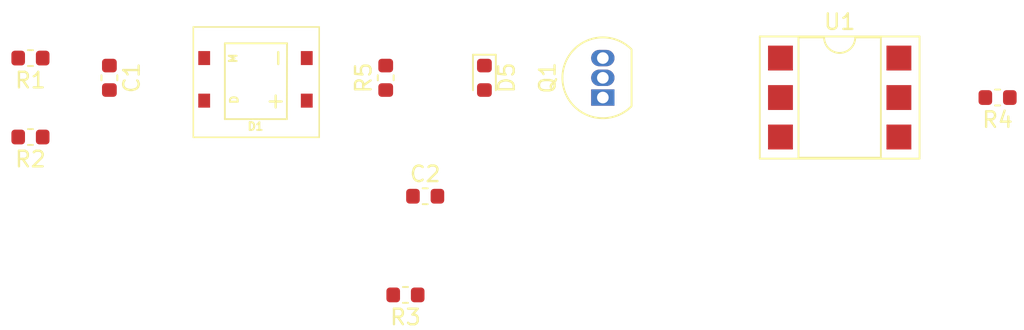
<source format=kicad_pcb>
(kicad_pcb (version 20171130) (host pcbnew "(5.1.5)-3")

  (general
    (thickness 1.6)
    (drawings 0)
    (tracks 0)
    (zones 0)
    (modules 11)
    (nets 14)
  )

  (page A4)
  (layers
    (0 F.Cu signal)
    (31 B.Cu signal)
    (32 B.Adhes user)
    (33 F.Adhes user)
    (34 B.Paste user)
    (35 F.Paste user)
    (36 B.SilkS user)
    (37 F.SilkS user)
    (38 B.Mask user)
    (39 F.Mask user)
    (40 Dwgs.User user)
    (41 Cmts.User user)
    (42 Eco1.User user)
    (43 Eco2.User user)
    (44 Edge.Cuts user)
    (45 Margin user)
    (46 B.CrtYd user)
    (47 F.CrtYd user)
    (48 B.Fab user)
    (49 F.Fab user)
  )

  (setup
    (last_trace_width 0.25)
    (trace_clearance 0.2)
    (zone_clearance 0.508)
    (zone_45_only no)
    (trace_min 0.2)
    (via_size 0.8)
    (via_drill 0.4)
    (via_min_size 0.4)
    (via_min_drill 0.3)
    (uvia_size 0.3)
    (uvia_drill 0.1)
    (uvias_allowed no)
    (uvia_min_size 0.2)
    (uvia_min_drill 0.1)
    (edge_width 0.05)
    (segment_width 0.2)
    (pcb_text_width 0.3)
    (pcb_text_size 1.5 1.5)
    (mod_edge_width 0.12)
    (mod_text_size 1 1)
    (mod_text_width 0.15)
    (pad_size 1.524 1.524)
    (pad_drill 0.762)
    (pad_to_mask_clearance 0.051)
    (solder_mask_min_width 0.25)
    (aux_axis_origin 0 0)
    (visible_elements FFFFFF7F)
    (pcbplotparams
      (layerselection 0x010fc_ffffffff)
      (usegerberextensions false)
      (usegerberattributes false)
      (usegerberadvancedattributes false)
      (creategerberjobfile false)
      (excludeedgelayer true)
      (linewidth 0.100000)
      (plotframeref false)
      (viasonmask false)
      (mode 1)
      (useauxorigin false)
      (hpglpennumber 1)
      (hpglpenspeed 20)
      (hpglpendiameter 15.000000)
      (psnegative false)
      (psa4output false)
      (plotreference true)
      (plotvalue true)
      (plotinvisibletext false)
      (padsonsilk false)
      (subtractmaskfromsilk false)
      (outputformat 1)
      (mirror false)
      (drillshape 1)
      (scaleselection 1)
      (outputdirectory ""))
  )

  (net 0 "")
  (net 1 "Net-(C1-Pad2)")
  (net 2 "Net-(C1-Pad1)")
  (net 3 "Net-(C2-Pad2)")
  (net 4 "Net-(C2-Pad1)")
  (net 5 "Net-(D1-Pad2)")
  (net 6 "Net-(Q1-Pad3)")
  (net 7 AC)
  (net 8 "Net-(R3-Pad1)")
  (net 9 +5V)
  (net 10 OUT)
  (net 11 "Net-(U1-Pad6)")
  (net 12 "Net-(U1-Pad3)")
  (net 13 GND)

  (net_class Default "This is the default net class."
    (clearance 0.2)
    (trace_width 0.25)
    (via_dia 0.8)
    (via_drill 0.4)
    (uvia_dia 0.3)
    (uvia_drill 0.1)
    (add_net +5V)
    (add_net AC)
    (add_net GND)
    (add_net "Net-(C1-Pad1)")
    (add_net "Net-(C1-Pad2)")
    (add_net "Net-(C2-Pad1)")
    (add_net "Net-(C2-Pad2)")
    (add_net "Net-(D1-Pad2)")
    (add_net "Net-(Q1-Pad3)")
    (add_net "Net-(R3-Pad1)")
    (add_net "Net-(U1-Pad3)")
    (add_net "Net-(U1-Pad6)")
    (add_net OUT)
  )

  (module "ZCD v-1:MDS_5_diode_bridge" (layer F.Cu) (tedit 5F32D6C7) (tstamp 5F33168C)
    (at 127 87.63 180)
    (path /5F2295EF)
    (fp_text reference D1 (at 3.3 -4.4) (layer F.SilkS)
      (effects (font (size 0.5 0.5) (thickness 0.125)))
    )
    (fp_text value "MDS 5" (at 3.31 -1.4 90) (layer F.Fab)
      (effects (font (size 0.5 0.5) (thickness 0.125)))
    )
    (fp_text user D (at 4.67 -2.68 90) (layer F.SilkS)
      (effects (font (size 0.5 0.5) (thickness 0.125)))
    )
    (fp_text user M (at 4.74 -0.02 90) (layer F.SilkS)
      (effects (font (size 0.5 0.5) (thickness 0.125)))
    )
    (fp_text user + (at 2 -2.72) (layer F.SilkS)
      (effects (font (size 1 1) (thickness 0.15)))
    )
    (fp_text user - (at 1.91 0 90) (layer F.SilkS)
      (effects (font (size 1 1) (thickness 0.15)))
    )
    (fp_line (start 1.27 0.95) (end 1.28 0.93) (layer F.SilkS) (width 0.12))
    (fp_line (start 1.28 -3.93) (end 1.27 0.95) (layer F.SilkS) (width 0.12))
    (fp_line (start 5.27 -3.93) (end 1.28 -3.93) (layer F.SilkS) (width 0.12))
    (fp_line (start 5.27 0.95) (end 5.27 -3.93) (layer F.SilkS) (width 0.12))
    (fp_line (start 1.27 0.95) (end 5.27 0.95) (layer F.SilkS) (width 0.12))
    (fp_line (start 7.3 -5.1) (end 7.3 2) (layer F.SilkS) (width 0.1))
    (fp_line (start 7.3 2) (end -0.8 2) (layer F.SilkS) (width 0.1))
    (fp_line (start -0.8 2) (end -0.8 -5.1) (layer F.SilkS) (width 0.1))
    (fp_line (start -0.8 -5.1) (end 7.3 -5.1) (layer F.SilkS) (width 0.1))
    (pad 1 smd rect (at 0 -2.74 180) (size 0.76 0.9) (layers F.Cu F.Paste F.Mask)
      (net 4 "Net-(C2-Pad1)"))
    (pad 2 smd rect (at 0 0 180) (size 0.76 0.9) (layers F.Cu F.Paste F.Mask)
      (net 5 "Net-(D1-Pad2)"))
    (pad 3 smd rect (at 6.6 0 180) (size 0.76 0.9) (layers F.Cu F.Paste F.Mask)
      (net 2 "Net-(C1-Pad1)"))
    (pad 4 smd rect (at 6.6 -2.74 180) (size 0.76 0.9) (layers F.Cu F.Paste F.Mask)
      (net 1 "Net-(C1-Pad2)"))
  )

  (module Package_DIP:DIP-6_W7.62mm_SMDSocket_SmallPads (layer F.Cu) (tedit 5A02E8C5) (tstamp 5F331728)
    (at 161.29 90.17)
    (descr "6-lead though-hole mounted DIP package, row spacing 7.62 mm (300 mils), SMDSocket, SmallPads")
    (tags "THT DIP DIL PDIP 2.54mm 7.62mm 300mil SMDSocket SmallPads")
    (path /5F277F11)
    (attr smd)
    (fp_text reference U1 (at 0 -4.87) (layer F.SilkS)
      (effects (font (size 1 1) (thickness 0.15)))
    )
    (fp_text value 4N35 (at 0 4.87) (layer F.Fab)
      (effects (font (size 1 1) (thickness 0.15)))
    )
    (fp_text user %R (at 0 0) (layer F.Fab)
      (effects (font (size 1 1) (thickness 0.15)))
    )
    (fp_line (start 5.35 -4.15) (end -5.35 -4.15) (layer F.CrtYd) (width 0.05))
    (fp_line (start 5.35 4.15) (end 5.35 -4.15) (layer F.CrtYd) (width 0.05))
    (fp_line (start -5.35 4.15) (end 5.35 4.15) (layer F.CrtYd) (width 0.05))
    (fp_line (start -5.35 -4.15) (end -5.35 4.15) (layer F.CrtYd) (width 0.05))
    (fp_line (start 5.14 -3.93) (end -5.14 -3.93) (layer F.SilkS) (width 0.12))
    (fp_line (start 5.14 3.93) (end 5.14 -3.93) (layer F.SilkS) (width 0.12))
    (fp_line (start -5.14 3.93) (end 5.14 3.93) (layer F.SilkS) (width 0.12))
    (fp_line (start -5.14 -3.93) (end -5.14 3.93) (layer F.SilkS) (width 0.12))
    (fp_line (start 2.65 -3.87) (end 1 -3.87) (layer F.SilkS) (width 0.12))
    (fp_line (start 2.65 3.87) (end 2.65 -3.87) (layer F.SilkS) (width 0.12))
    (fp_line (start -2.65 3.87) (end 2.65 3.87) (layer F.SilkS) (width 0.12))
    (fp_line (start -2.65 -3.87) (end -2.65 3.87) (layer F.SilkS) (width 0.12))
    (fp_line (start -1 -3.87) (end -2.65 -3.87) (layer F.SilkS) (width 0.12))
    (fp_line (start 5.08 -3.87) (end -5.08 -3.87) (layer F.Fab) (width 0.1))
    (fp_line (start 5.08 3.87) (end 5.08 -3.87) (layer F.Fab) (width 0.1))
    (fp_line (start -5.08 3.87) (end 5.08 3.87) (layer F.Fab) (width 0.1))
    (fp_line (start -5.08 -3.87) (end -5.08 3.87) (layer F.Fab) (width 0.1))
    (fp_line (start -3.175 -2.81) (end -2.175 -3.81) (layer F.Fab) (width 0.1))
    (fp_line (start -3.175 3.81) (end -3.175 -2.81) (layer F.Fab) (width 0.1))
    (fp_line (start 3.175 3.81) (end -3.175 3.81) (layer F.Fab) (width 0.1))
    (fp_line (start 3.175 -3.81) (end 3.175 3.81) (layer F.Fab) (width 0.1))
    (fp_line (start -2.175 -3.81) (end 3.175 -3.81) (layer F.Fab) (width 0.1))
    (fp_arc (start 0 -3.87) (end -1 -3.87) (angle -180) (layer F.SilkS) (width 0.12))
    (pad 6 smd rect (at 3.81 -2.54) (size 1.6 1.6) (layers F.Cu F.Paste F.Mask)
      (net 11 "Net-(U1-Pad6)"))
    (pad 3 smd rect (at -3.81 2.54) (size 1.6 1.6) (layers F.Cu F.Paste F.Mask)
      (net 12 "Net-(U1-Pad3)"))
    (pad 5 smd rect (at 3.81 0) (size 1.6 1.6) (layers F.Cu F.Paste F.Mask)
      (net 10 OUT))
    (pad 2 smd rect (at -3.81 0) (size 1.6 1.6) (layers F.Cu F.Paste F.Mask)
      (net 6 "Net-(Q1-Pad3)"))
    (pad 4 smd rect (at 3.81 2.54) (size 1.6 1.6) (layers F.Cu F.Paste F.Mask)
      (net 13 GND))
    (pad 1 smd rect (at -3.81 -2.54) (size 1.6 1.6) (layers F.Cu F.Paste F.Mask)
      (net 8 "Net-(R3-Pad1)"))
    (model ${KISYS3DMOD}/Package_DIP.3dshapes/DIP-6_W7.62mm_SMDSocket.wrl
      (at (xyz 0 0 0))
      (scale (xyz 1 1 1))
      (rotate (xyz 0 0 0))
    )
  )

  (module Resistor_SMD:R_0603_1608Metric (layer F.Cu) (tedit 5B301BBD) (tstamp 5F331706)
    (at 132.08 88.9 90)
    (descr "Resistor SMD 0603 (1608 Metric), square (rectangular) end terminal, IPC_7351 nominal, (Body size source: http://www.tortai-tech.com/upload/download/2011102023233369053.pdf), generated with kicad-footprint-generator")
    (tags resistor)
    (path /5F31594C)
    (attr smd)
    (fp_text reference R5 (at 0 -1.43 90) (layer F.SilkS)
      (effects (font (size 1 1) (thickness 0.15)))
    )
    (fp_text value 22k (at 0 1.43 90) (layer F.Fab)
      (effects (font (size 1 1) (thickness 0.15)))
    )
    (fp_text user %R (at 0 0 90) (layer F.Fab)
      (effects (font (size 0.4 0.4) (thickness 0.06)))
    )
    (fp_line (start 1.48 0.73) (end -1.48 0.73) (layer F.CrtYd) (width 0.05))
    (fp_line (start 1.48 -0.73) (end 1.48 0.73) (layer F.CrtYd) (width 0.05))
    (fp_line (start -1.48 -0.73) (end 1.48 -0.73) (layer F.CrtYd) (width 0.05))
    (fp_line (start -1.48 0.73) (end -1.48 -0.73) (layer F.CrtYd) (width 0.05))
    (fp_line (start -0.162779 0.51) (end 0.162779 0.51) (layer F.SilkS) (width 0.12))
    (fp_line (start -0.162779 -0.51) (end 0.162779 -0.51) (layer F.SilkS) (width 0.12))
    (fp_line (start 0.8 0.4) (end -0.8 0.4) (layer F.Fab) (width 0.1))
    (fp_line (start 0.8 -0.4) (end 0.8 0.4) (layer F.Fab) (width 0.1))
    (fp_line (start -0.8 -0.4) (end 0.8 -0.4) (layer F.Fab) (width 0.1))
    (fp_line (start -0.8 0.4) (end -0.8 -0.4) (layer F.Fab) (width 0.1))
    (pad 2 smd roundrect (at 0.7875 0 90) (size 0.875 0.95) (layers F.Cu F.Paste F.Mask) (roundrect_rratio 0.25)
      (net 5 "Net-(D1-Pad2)"))
    (pad 1 smd roundrect (at -0.7875 0 90) (size 0.875 0.95) (layers F.Cu F.Paste F.Mask) (roundrect_rratio 0.25)
      (net 4 "Net-(C2-Pad1)"))
    (model ${KISYS3DMOD}/Resistor_SMD.3dshapes/R_0603_1608Metric.wrl
      (at (xyz 0 0 0))
      (scale (xyz 1 1 1))
      (rotate (xyz 0 0 0))
    )
  )

  (module Resistor_SMD:R_0603_1608Metric (layer F.Cu) (tedit 5B301BBD) (tstamp 5F3316F5)
    (at 171.45 90.17 180)
    (descr "Resistor SMD 0603 (1608 Metric), square (rectangular) end terminal, IPC_7351 nominal, (Body size source: http://www.tortai-tech.com/upload/download/2011102023233369053.pdf), generated with kicad-footprint-generator")
    (tags resistor)
    (path /5F2DDD23)
    (attr smd)
    (fp_text reference R4 (at 0 -1.43) (layer F.SilkS)
      (effects (font (size 1 1) (thickness 0.15)))
    )
    (fp_text value 4.7k (at 0 1.43) (layer F.Fab)
      (effects (font (size 1 1) (thickness 0.15)))
    )
    (fp_text user %R (at 0 0) (layer F.Fab)
      (effects (font (size 0.4 0.4) (thickness 0.06)))
    )
    (fp_line (start 1.48 0.73) (end -1.48 0.73) (layer F.CrtYd) (width 0.05))
    (fp_line (start 1.48 -0.73) (end 1.48 0.73) (layer F.CrtYd) (width 0.05))
    (fp_line (start -1.48 -0.73) (end 1.48 -0.73) (layer F.CrtYd) (width 0.05))
    (fp_line (start -1.48 0.73) (end -1.48 -0.73) (layer F.CrtYd) (width 0.05))
    (fp_line (start -0.162779 0.51) (end 0.162779 0.51) (layer F.SilkS) (width 0.12))
    (fp_line (start -0.162779 -0.51) (end 0.162779 -0.51) (layer F.SilkS) (width 0.12))
    (fp_line (start 0.8 0.4) (end -0.8 0.4) (layer F.Fab) (width 0.1))
    (fp_line (start 0.8 -0.4) (end 0.8 0.4) (layer F.Fab) (width 0.1))
    (fp_line (start -0.8 -0.4) (end 0.8 -0.4) (layer F.Fab) (width 0.1))
    (fp_line (start -0.8 0.4) (end -0.8 -0.4) (layer F.Fab) (width 0.1))
    (pad 2 smd roundrect (at 0.7875 0 180) (size 0.875 0.95) (layers F.Cu F.Paste F.Mask) (roundrect_rratio 0.25)
      (net 9 +5V))
    (pad 1 smd roundrect (at -0.7875 0 180) (size 0.875 0.95) (layers F.Cu F.Paste F.Mask) (roundrect_rratio 0.25)
      (net 10 OUT))
    (model ${KISYS3DMOD}/Resistor_SMD.3dshapes/R_0603_1608Metric.wrl
      (at (xyz 0 0 0))
      (scale (xyz 1 1 1))
      (rotate (xyz 0 0 0))
    )
  )

  (module Resistor_SMD:R_0603_1608Metric (layer F.Cu) (tedit 5B301BBD) (tstamp 5F3316E4)
    (at 133.35 102.87 180)
    (descr "Resistor SMD 0603 (1608 Metric), square (rectangular) end terminal, IPC_7351 nominal, (Body size source: http://www.tortai-tech.com/upload/download/2011102023233369053.pdf), generated with kicad-footprint-generator")
    (tags resistor)
    (path /5F29B656)
    (attr smd)
    (fp_text reference R3 (at 0 -1.43) (layer F.SilkS)
      (effects (font (size 1 1) (thickness 0.15)))
    )
    (fp_text value 1k (at 0 1.43) (layer F.Fab)
      (effects (font (size 1 1) (thickness 0.15)))
    )
    (fp_text user %R (at 0 0) (layer F.Fab)
      (effects (font (size 0.4 0.4) (thickness 0.06)))
    )
    (fp_line (start 1.48 0.73) (end -1.48 0.73) (layer F.CrtYd) (width 0.05))
    (fp_line (start 1.48 -0.73) (end 1.48 0.73) (layer F.CrtYd) (width 0.05))
    (fp_line (start -1.48 -0.73) (end 1.48 -0.73) (layer F.CrtYd) (width 0.05))
    (fp_line (start -1.48 0.73) (end -1.48 -0.73) (layer F.CrtYd) (width 0.05))
    (fp_line (start -0.162779 0.51) (end 0.162779 0.51) (layer F.SilkS) (width 0.12))
    (fp_line (start -0.162779 -0.51) (end 0.162779 -0.51) (layer F.SilkS) (width 0.12))
    (fp_line (start 0.8 0.4) (end -0.8 0.4) (layer F.Fab) (width 0.1))
    (fp_line (start 0.8 -0.4) (end 0.8 0.4) (layer F.Fab) (width 0.1))
    (fp_line (start -0.8 -0.4) (end 0.8 -0.4) (layer F.Fab) (width 0.1))
    (fp_line (start -0.8 0.4) (end -0.8 -0.4) (layer F.Fab) (width 0.1))
    (pad 2 smd roundrect (at 0.7875 0 180) (size 0.875 0.95) (layers F.Cu F.Paste F.Mask) (roundrect_rratio 0.25)
      (net 4 "Net-(C2-Pad1)"))
    (pad 1 smd roundrect (at -0.7875 0 180) (size 0.875 0.95) (layers F.Cu F.Paste F.Mask) (roundrect_rratio 0.25)
      (net 8 "Net-(R3-Pad1)"))
    (model ${KISYS3DMOD}/Resistor_SMD.3dshapes/R_0603_1608Metric.wrl
      (at (xyz 0 0 0))
      (scale (xyz 1 1 1))
      (rotate (xyz 0 0 0))
    )
  )

  (module Resistor_SMD:R_0603_1608Metric (layer F.Cu) (tedit 5B301BBD) (tstamp 5F3316D3)
    (at 109.22 92.71 180)
    (descr "Resistor SMD 0603 (1608 Metric), square (rectangular) end terminal, IPC_7351 nominal, (Body size source: http://www.tortai-tech.com/upload/download/2011102023233369053.pdf), generated with kicad-footprint-generator")
    (tags resistor)
    (path /5F29AC9C)
    (attr smd)
    (fp_text reference R2 (at 0 -1.43) (layer F.SilkS)
      (effects (font (size 1 1) (thickness 0.15)))
    )
    (fp_text value 220k (at 0 1.43) (layer F.Fab)
      (effects (font (size 1 1) (thickness 0.15)))
    )
    (fp_text user %R (at 0 0) (layer F.Fab)
      (effects (font (size 0.4 0.4) (thickness 0.06)))
    )
    (fp_line (start 1.48 0.73) (end -1.48 0.73) (layer F.CrtYd) (width 0.05))
    (fp_line (start 1.48 -0.73) (end 1.48 0.73) (layer F.CrtYd) (width 0.05))
    (fp_line (start -1.48 -0.73) (end 1.48 -0.73) (layer F.CrtYd) (width 0.05))
    (fp_line (start -1.48 0.73) (end -1.48 -0.73) (layer F.CrtYd) (width 0.05))
    (fp_line (start -0.162779 0.51) (end 0.162779 0.51) (layer F.SilkS) (width 0.12))
    (fp_line (start -0.162779 -0.51) (end 0.162779 -0.51) (layer F.SilkS) (width 0.12))
    (fp_line (start 0.8 0.4) (end -0.8 0.4) (layer F.Fab) (width 0.1))
    (fp_line (start 0.8 -0.4) (end 0.8 0.4) (layer F.Fab) (width 0.1))
    (fp_line (start -0.8 -0.4) (end 0.8 -0.4) (layer F.Fab) (width 0.1))
    (fp_line (start -0.8 0.4) (end -0.8 -0.4) (layer F.Fab) (width 0.1))
    (pad 2 smd roundrect (at 0.7875 0 180) (size 0.875 0.95) (layers F.Cu F.Paste F.Mask) (roundrect_rratio 0.25)
      (net 7 AC))
    (pad 1 smd roundrect (at -0.7875 0 180) (size 0.875 0.95) (layers F.Cu F.Paste F.Mask) (roundrect_rratio 0.25)
      (net 1 "Net-(C1-Pad2)"))
    (model ${KISYS3DMOD}/Resistor_SMD.3dshapes/R_0603_1608Metric.wrl
      (at (xyz 0 0 0))
      (scale (xyz 1 1 1))
      (rotate (xyz 0 0 0))
    )
  )

  (module Resistor_SMD:R_0603_1608Metric (layer F.Cu) (tedit 5B301BBD) (tstamp 5F3316C2)
    (at 109.22 87.63 180)
    (descr "Resistor SMD 0603 (1608 Metric), square (rectangular) end terminal, IPC_7351 nominal, (Body size source: http://www.tortai-tech.com/upload/download/2011102023233369053.pdf), generated with kicad-footprint-generator")
    (tags resistor)
    (path /5F298E9E)
    (attr smd)
    (fp_text reference R1 (at 0 -1.43) (layer F.SilkS)
      (effects (font (size 1 1) (thickness 0.15)))
    )
    (fp_text value 220k (at 0 1.43) (layer F.Fab)
      (effects (font (size 1 1) (thickness 0.15)))
    )
    (fp_text user %R (at 0 0) (layer F.Fab)
      (effects (font (size 0.4 0.4) (thickness 0.06)))
    )
    (fp_line (start 1.48 0.73) (end -1.48 0.73) (layer F.CrtYd) (width 0.05))
    (fp_line (start 1.48 -0.73) (end 1.48 0.73) (layer F.CrtYd) (width 0.05))
    (fp_line (start -1.48 -0.73) (end 1.48 -0.73) (layer F.CrtYd) (width 0.05))
    (fp_line (start -1.48 0.73) (end -1.48 -0.73) (layer F.CrtYd) (width 0.05))
    (fp_line (start -0.162779 0.51) (end 0.162779 0.51) (layer F.SilkS) (width 0.12))
    (fp_line (start -0.162779 -0.51) (end 0.162779 -0.51) (layer F.SilkS) (width 0.12))
    (fp_line (start 0.8 0.4) (end -0.8 0.4) (layer F.Fab) (width 0.1))
    (fp_line (start 0.8 -0.4) (end 0.8 0.4) (layer F.Fab) (width 0.1))
    (fp_line (start -0.8 -0.4) (end 0.8 -0.4) (layer F.Fab) (width 0.1))
    (fp_line (start -0.8 0.4) (end -0.8 -0.4) (layer F.Fab) (width 0.1))
    (pad 2 smd roundrect (at 0.7875 0 180) (size 0.875 0.95) (layers F.Cu F.Paste F.Mask) (roundrect_rratio 0.25)
      (net 7 AC))
    (pad 1 smd roundrect (at -0.7875 0 180) (size 0.875 0.95) (layers F.Cu F.Paste F.Mask) (roundrect_rratio 0.25)
      (net 2 "Net-(C1-Pad1)"))
    (model ${KISYS3DMOD}/Resistor_SMD.3dshapes/R_0603_1608Metric.wrl
      (at (xyz 0 0 0))
      (scale (xyz 1 1 1))
      (rotate (xyz 0 0 0))
    )
  )

  (module Package_TO_SOT_THT:TO-92_Inline (layer F.Cu) (tedit 5A1DD157) (tstamp 5F3316B1)
    (at 146.05 90.17 90)
    (descr "TO-92 leads in-line, narrow, oval pads, drill 0.75mm (see NXP sot054_po.pdf)")
    (tags "to-92 sc-43 sc-43a sot54 PA33 transistor")
    (path /5F234B76)
    (fp_text reference Q1 (at 1.27 -3.56 90) (layer F.SilkS)
      (effects (font (size 1 1) (thickness 0.15)))
    )
    (fp_text value 2N3904 (at 1.27 2.79 90) (layer F.Fab)
      (effects (font (size 1 1) (thickness 0.15)))
    )
    (fp_arc (start 1.27 0) (end 1.27 -2.6) (angle 135) (layer F.SilkS) (width 0.12))
    (fp_arc (start 1.27 0) (end 1.27 -2.48) (angle -135) (layer F.Fab) (width 0.1))
    (fp_arc (start 1.27 0) (end 1.27 -2.6) (angle -135) (layer F.SilkS) (width 0.12))
    (fp_arc (start 1.27 0) (end 1.27 -2.48) (angle 135) (layer F.Fab) (width 0.1))
    (fp_line (start 4 2.01) (end -1.46 2.01) (layer F.CrtYd) (width 0.05))
    (fp_line (start 4 2.01) (end 4 -2.73) (layer F.CrtYd) (width 0.05))
    (fp_line (start -1.46 -2.73) (end -1.46 2.01) (layer F.CrtYd) (width 0.05))
    (fp_line (start -1.46 -2.73) (end 4 -2.73) (layer F.CrtYd) (width 0.05))
    (fp_line (start -0.5 1.75) (end 3 1.75) (layer F.Fab) (width 0.1))
    (fp_line (start -0.53 1.85) (end 3.07 1.85) (layer F.SilkS) (width 0.12))
    (fp_text user %R (at 1.27 -3.56 90) (layer F.Fab)
      (effects (font (size 1 1) (thickness 0.15)))
    )
    (pad 1 thru_hole rect (at 0 0 90) (size 1.05 1.5) (drill 0.75) (layers *.Cu *.Mask)
      (net 3 "Net-(C2-Pad2)"))
    (pad 3 thru_hole oval (at 2.54 0 90) (size 1.05 1.5) (drill 0.75) (layers *.Cu *.Mask)
      (net 6 "Net-(Q1-Pad3)"))
    (pad 2 thru_hole oval (at 1.27 0 90) (size 1.05 1.5) (drill 0.75) (layers *.Cu *.Mask)
      (net 5 "Net-(D1-Pad2)"))
    (model ${KISYS3DMOD}/Package_TO_SOT_THT.3dshapes/TO-92_Inline.wrl
      (at (xyz 0 0 0))
      (scale (xyz 1 1 1))
      (rotate (xyz 0 0 0))
    )
  )

  (module Diode_SMD:D_0603_1608Metric (layer F.Cu) (tedit 5B301BBE) (tstamp 5F33169F)
    (at 138.43 88.9 270)
    (descr "Diode SMD 0603 (1608 Metric), square (rectangular) end terminal, IPC_7351 nominal, (Body size source: http://www.tortai-tech.com/upload/download/2011102023233369053.pdf), generated with kicad-footprint-generator")
    (tags diode)
    (path /5F23319C)
    (attr smd)
    (fp_text reference D5 (at 0 -1.43 90) (layer F.SilkS)
      (effects (font (size 1 1) (thickness 0.15)))
    )
    (fp_text value 1N4148X-TP (at 0 1.43 90) (layer F.Fab)
      (effects (font (size 1 1) (thickness 0.15)))
    )
    (fp_text user %R (at 0 0 90) (layer F.Fab)
      (effects (font (size 0.4 0.4) (thickness 0.06)))
    )
    (fp_line (start 1.48 0.73) (end -1.48 0.73) (layer F.CrtYd) (width 0.05))
    (fp_line (start 1.48 -0.73) (end 1.48 0.73) (layer F.CrtYd) (width 0.05))
    (fp_line (start -1.48 -0.73) (end 1.48 -0.73) (layer F.CrtYd) (width 0.05))
    (fp_line (start -1.48 0.73) (end -1.48 -0.73) (layer F.CrtYd) (width 0.05))
    (fp_line (start -1.485 0.735) (end 0.8 0.735) (layer F.SilkS) (width 0.12))
    (fp_line (start -1.485 -0.735) (end -1.485 0.735) (layer F.SilkS) (width 0.12))
    (fp_line (start 0.8 -0.735) (end -1.485 -0.735) (layer F.SilkS) (width 0.12))
    (fp_line (start 0.8 0.4) (end 0.8 -0.4) (layer F.Fab) (width 0.1))
    (fp_line (start -0.8 0.4) (end 0.8 0.4) (layer F.Fab) (width 0.1))
    (fp_line (start -0.8 -0.1) (end -0.8 0.4) (layer F.Fab) (width 0.1))
    (fp_line (start -0.5 -0.4) (end -0.8 -0.1) (layer F.Fab) (width 0.1))
    (fp_line (start 0.8 -0.4) (end -0.5 -0.4) (layer F.Fab) (width 0.1))
    (pad 2 smd roundrect (at 0.7875 0 270) (size 0.875 0.95) (layers F.Cu F.Paste F.Mask) (roundrect_rratio 0.25)
      (net 3 "Net-(C2-Pad2)"))
    (pad 1 smd roundrect (at -0.7875 0 270) (size 0.875 0.95) (layers F.Cu F.Paste F.Mask) (roundrect_rratio 0.25)
      (net 5 "Net-(D1-Pad2)"))
    (model ${KISYS3DMOD}/Diode_SMD.3dshapes/D_0603_1608Metric.wrl
      (at (xyz 0 0 0))
      (scale (xyz 1 1 1))
      (rotate (xyz 0 0 0))
    )
  )

  (module Capacitor_SMD:C_0603_1608Metric (layer F.Cu) (tedit 5B301BBE) (tstamp 5F33167B)
    (at 134.62 96.52)
    (descr "Capacitor SMD 0603 (1608 Metric), square (rectangular) end terminal, IPC_7351 nominal, (Body size source: http://www.tortai-tech.com/upload/download/2011102023233369053.pdf), generated with kicad-footprint-generator")
    (tags capacitor)
    (path /5F31AC9C)
    (attr smd)
    (fp_text reference C2 (at 0 -1.43) (layer F.SilkS)
      (effects (font (size 1 1) (thickness 0.15)))
    )
    (fp_text value 10uF/10v (at 0 1.43) (layer F.Fab)
      (effects (font (size 1 1) (thickness 0.15)))
    )
    (fp_text user %R (at 0 0) (layer F.Fab)
      (effects (font (size 0.4 0.4) (thickness 0.06)))
    )
    (fp_line (start 1.48 0.73) (end -1.48 0.73) (layer F.CrtYd) (width 0.05))
    (fp_line (start 1.48 -0.73) (end 1.48 0.73) (layer F.CrtYd) (width 0.05))
    (fp_line (start -1.48 -0.73) (end 1.48 -0.73) (layer F.CrtYd) (width 0.05))
    (fp_line (start -1.48 0.73) (end -1.48 -0.73) (layer F.CrtYd) (width 0.05))
    (fp_line (start -0.162779 0.51) (end 0.162779 0.51) (layer F.SilkS) (width 0.12))
    (fp_line (start -0.162779 -0.51) (end 0.162779 -0.51) (layer F.SilkS) (width 0.12))
    (fp_line (start 0.8 0.4) (end -0.8 0.4) (layer F.Fab) (width 0.1))
    (fp_line (start 0.8 -0.4) (end 0.8 0.4) (layer F.Fab) (width 0.1))
    (fp_line (start -0.8 -0.4) (end 0.8 -0.4) (layer F.Fab) (width 0.1))
    (fp_line (start -0.8 0.4) (end -0.8 -0.4) (layer F.Fab) (width 0.1))
    (pad 2 smd roundrect (at 0.7875 0) (size 0.875 0.95) (layers F.Cu F.Paste F.Mask) (roundrect_rratio 0.25)
      (net 3 "Net-(C2-Pad2)"))
    (pad 1 smd roundrect (at -0.7875 0) (size 0.875 0.95) (layers F.Cu F.Paste F.Mask) (roundrect_rratio 0.25)
      (net 4 "Net-(C2-Pad1)"))
    (model ${KISYS3DMOD}/Capacitor_SMD.3dshapes/C_0603_1608Metric.wrl
      (at (xyz 0 0 0))
      (scale (xyz 1 1 1))
      (rotate (xyz 0 0 0))
    )
  )

  (module Capacitor_SMD:C_0603_1608Metric (layer F.Cu) (tedit 5B301BBE) (tstamp 5F33166A)
    (at 114.3 88.9 270)
    (descr "Capacitor SMD 0603 (1608 Metric), square (rectangular) end terminal, IPC_7351 nominal, (Body size source: http://www.tortai-tech.com/upload/download/2011102023233369053.pdf), generated with kicad-footprint-generator")
    (tags capacitor)
    (path /5F227481)
    (attr smd)
    (fp_text reference C1 (at 0 -1.43 90) (layer F.SilkS)
      (effects (font (size 1 1) (thickness 0.15)))
    )
    (fp_text value 1nF (at 0 1.43 90) (layer F.Fab)
      (effects (font (size 1 1) (thickness 0.15)))
    )
    (fp_text user %R (at 0 0 90) (layer F.Fab)
      (effects (font (size 0.4 0.4) (thickness 0.06)))
    )
    (fp_line (start 1.48 0.73) (end -1.48 0.73) (layer F.CrtYd) (width 0.05))
    (fp_line (start 1.48 -0.73) (end 1.48 0.73) (layer F.CrtYd) (width 0.05))
    (fp_line (start -1.48 -0.73) (end 1.48 -0.73) (layer F.CrtYd) (width 0.05))
    (fp_line (start -1.48 0.73) (end -1.48 -0.73) (layer F.CrtYd) (width 0.05))
    (fp_line (start -0.162779 0.51) (end 0.162779 0.51) (layer F.SilkS) (width 0.12))
    (fp_line (start -0.162779 -0.51) (end 0.162779 -0.51) (layer F.SilkS) (width 0.12))
    (fp_line (start 0.8 0.4) (end -0.8 0.4) (layer F.Fab) (width 0.1))
    (fp_line (start 0.8 -0.4) (end 0.8 0.4) (layer F.Fab) (width 0.1))
    (fp_line (start -0.8 -0.4) (end 0.8 -0.4) (layer F.Fab) (width 0.1))
    (fp_line (start -0.8 0.4) (end -0.8 -0.4) (layer F.Fab) (width 0.1))
    (pad 2 smd roundrect (at 0.7875 0 270) (size 0.875 0.95) (layers F.Cu F.Paste F.Mask) (roundrect_rratio 0.25)
      (net 1 "Net-(C1-Pad2)"))
    (pad 1 smd roundrect (at -0.7875 0 270) (size 0.875 0.95) (layers F.Cu F.Paste F.Mask) (roundrect_rratio 0.25)
      (net 2 "Net-(C1-Pad1)"))
    (model ${KISYS3DMOD}/Capacitor_SMD.3dshapes/C_0603_1608Metric.wrl
      (at (xyz 0 0 0))
      (scale (xyz 1 1 1))
      (rotate (xyz 0 0 0))
    )
  )

)

</source>
